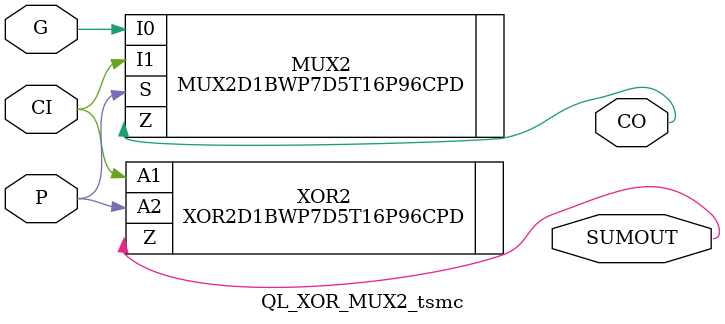
<source format=v>
`timescale 1ns/1ps

module QL_XOR_MUX2_tsmc (
  P,
  G,
  CI,
  SUMOUT,
  CO
);
input P;
input G;
input CI;
output SUMOUT;
output CO;

  XOR2D1BWP7D5T16P96CPD XOR2 (
      .A1(CI),
      .A2(P),
      .Z(SUMOUT)
      );
  MUX2D1BWP7D5T16P96CPD MUX2(
      .I0(G),
      .I1(CI),
      .S(P),
      .Z(CO)
      );

endmodule


</source>
